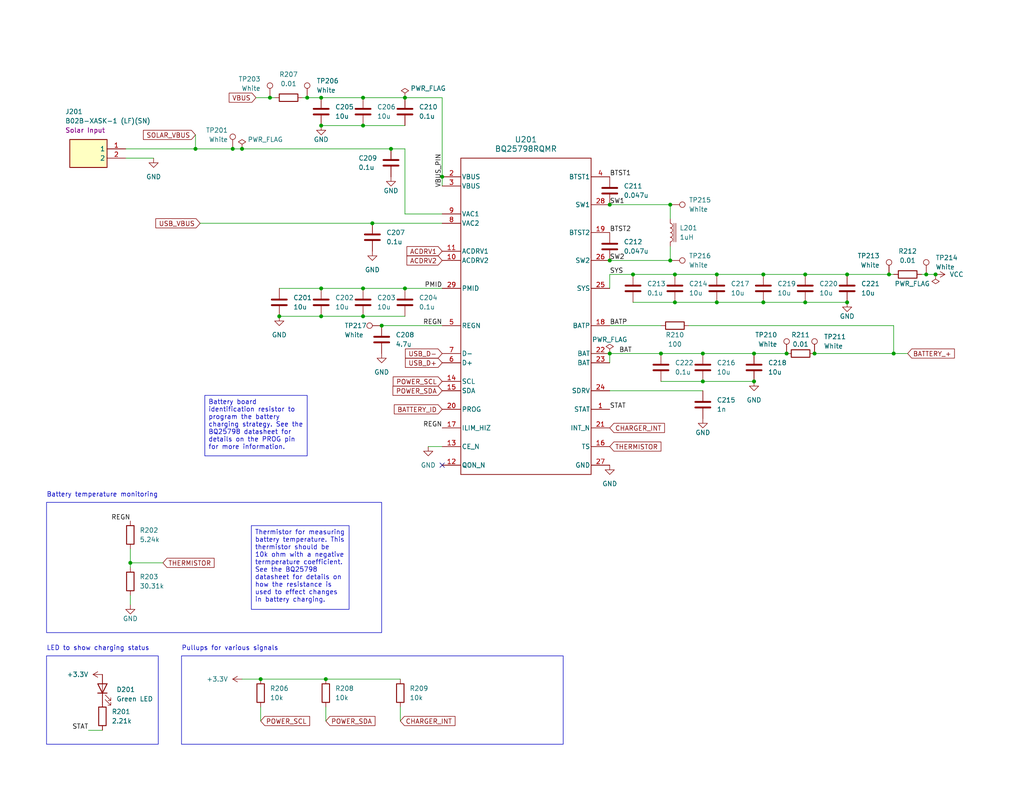
<source format=kicad_sch>
(kicad_sch (version 20230121) (generator eeschema)
  (paper "USLetter")
  (lib_symbols
    (symbol "Connector:TestPoint" (pin_numbers hide) (pin_names (offset 0.762) hide)
      (property "Reference" "TP" (at 0 6.858 0))
      (property "Value" "TestPoint" (at 0 5.08 0))
      (symbol "TestPoint_0_1"
        (circle (center 0 3.302) (radius 0.762))
      )
      (symbol "TestPoint_1_1"
        (pin passive line (at 0 0 90) (length 2.54) (name "1") (number "1"))
      )
    )
    (symbol "Device:C" (pin_numbers hide) (pin_names (offset 0.254))
      (property "Reference" "C" (at 0.635 2.54 0))
      (property "Value" "C" (at 0.635 -2.54 0))
      (symbol "C_0_1"
        (polyline (pts (xy -2.032 -0.762) (xy 2.032 -0.762)) (stroke (width 0.508)))
        (polyline (pts (xy -2.032 0.762) (xy 2.032 0.762)) (stroke (width 0.508)))
      )
      (symbol "C_1_1"
        (pin passive line (at 0 3.81 270) (length 2.794) (name "~") (number "1"))
        (pin passive line (at 0 -3.81 90) (length 2.794) (name "~") (number "2"))
      )
    )
    (symbol "Device:LED" (pin_numbers hide) (pin_names (offset 1.016) hide)
      (property "Reference" "D" (at 0 2.54 0))
      (property "Value" "LED" (at 0 -2.54 0))
      (symbol "LED_0_1"
        (polyline (pts (xy -1.27 -1.27) (xy -1.27 1.27)) (stroke (width 0.254)))
        (polyline (pts (xy -1.27 0) (xy 1.27 0)))
        (polyline (pts (xy 1.27 -1.27) (xy 1.27 1.27) (xy -1.27 0) (xy 1.27 -1.27)) (stroke (width 0.254)))
        (polyline (pts (xy -3.048 -0.762) (xy -4.572 -2.286) (xy -3.81 -2.286) (xy -4.572 -2.286) (xy -4.572 -1.524)))
        (polyline (pts (xy -1.778 -0.762) (xy -3.302 -2.286) (xy -2.54 -2.286) (xy -3.302 -2.286) (xy -3.302 -1.524)))
      )
      (symbol "LED_1_1"
        (pin passive line (at -3.81 0 0) (length 2.54) (name "K") (number "1"))
        (pin passive line (at 3.81 0 180) (length 2.54) (name "A") (number "2"))
      )
    )
    (symbol "Device:L_Iron" (pin_numbers hide) (pin_names (offset 1.016) hide)
      (property "Reference" "L" (at -1.27 0 90))
      (property "Value" "L_Iron" (at 2.794 0 90))
      (symbol "L_Iron_0_1"
        (arc (start 0 -2.54) (mid 0.6323 -1.905) (end 0 -1.27))
        (arc (start 0 -1.27) (mid 0.6323 -0.635) (end 0 0))
        (polyline (pts (xy 1.016 2.54) (xy 1.016 -2.54)))
        (polyline (pts (xy 1.524 -2.54) (xy 1.524 2.54)))
        (arc (start 0 0) (mid 0.6323 0.635) (end 0 1.27))
        (arc (start 0 1.27) (mid 0.6323 1.905) (end 0 2.54))
      )
      (symbol "L_Iron_1_1"
        (pin passive line (at 0 3.81 270) (length 1.27) (name "1") (number "1"))
        (pin passive line (at 0 -3.81 90) (length 1.27) (name "2") (number "2"))
      )
    )
    (symbol "Device:R" (pin_numbers hide) (pin_names (offset 0))
      (property "Reference" "R" (at 2.032 0 90))
      (property "Value" "R" (at 0 0 90))
      (symbol "R_0_1"
        (rectangle (start -1.016 -2.54) (end 1.016 2.54) (stroke (width 0.254)))
      )
      (symbol "R_1_1"
        (pin passive line (at 0 3.81 270) (length 1.27) (name "~") (number "1"))
        (pin passive line (at 0 -3.81 90) (length 1.27) (name "~") (number "2"))
      )
    )
    (symbol "JST B02B-XASK-1 (LF)(SN):B02B-XASK-1__LF__SN_"
      (property "Reference" "J" (at 16.51 7.62 0))
      (property "Value" "B02B-XASK-1__LF__SN_" (at 16.51 5.08 0))
      (symbol "B02B-XASK-1__LF__SN__1_1"
        (rectangle (start 5.08 2.54) (end 15.24 -5.08) (stroke (width 0.254)) (fill (type background)))
        (pin passive line (at 0 -2.54 0) (length 5.08) (name "1") (number "1"))
        (pin passive line (at 0 0 0) (length 5.08) (name "2") (number "2"))
      )
    )
    (symbol "TI BQ25798:BQ25798RQMR" (pin_names (offset 0.254))
      (property "Reference" "U" (at 0 2.54 0))
      (property "Value" "BQ25798RQMR" (at 0 0 0))
      (symbol "BQ25798RQMR_0_1"
        (polyline (pts (xy 5.08 -81.28) (xy 40.64 -81.28)) (stroke (width 0.2032)))
        (polyline (pts (xy 5.08 5.08) (xy 5.08 -81.28)) (stroke (width 0.2032)))
        (polyline (pts (xy 40.64 -81.28) (xy 40.64 5.08)) (stroke (width 0.2032)))
        (polyline (pts (xy 40.64 5.08) (xy 5.08 5.08)) (stroke (width 0.2032)))
        (pin output line (at 45.72 -63.5 180) (length 5.08) (name "STAT") (number "1"))
        (pin input line (at 0 -78.74 0) (length 5.08) (name "QON_N") (number "12"))
        (pin input line (at 0 -73.66 0) (length 5.08) (name "CE_N") (number "13"))
        (pin input line (at 0 -55.88 0) (length 5.08) (name "SCL") (number "14"))
        (pin bidirectional line (at 0 -58.42 0) (length 5.08) (name "SDA") (number "15"))
        (pin input line (at 45.72 -73.66 180) (length 5.08) (name "TS") (number "16"))
        (pin input line (at 0 -68.58 0) (length 5.08) (name "ILIM_HIZ") (number "17"))
        (pin input line (at 45.72 -40.64 180) (length 5.08) (name "BATP") (number "18"))
        (pin bidirectional line (at 45.72 -15.24 180) (length 5.08) (name "BTST2") (number "19"))
        (pin power_in line (at 0 0 0) (length 5.08) (name "VBUS") (number "2"))
        (pin input line (at 0 -63.5 0) (length 5.08) (name "PROG") (number "20"))
        (pin output line (at 45.72 -68.58 180) (length 5.08) (name "INT_N") (number "21"))
        (pin output line (at 45.72 -58.42 180) (length 5.08) (name "SDRV") (number "24"))
        (pin bidirectional line (at 45.72 -22.86 180) (length 5.08) (name "SW2") (number "26"))
        (pin power_in line (at 45.72 -78.74 180) (length 5.08) (name "GND") (number "27"))
        (pin bidirectional line (at 45.72 -7.62 180) (length 5.08) (name "SW1") (number "28"))
        (pin bidirectional line (at 0 -30.48 0) (length 5.08) (name "PMID") (number "29"))
        (pin power_in line (at 0 -2.54 0) (length 5.08) (name "VBUS") (number "3"))
        (pin bidirectional line (at 45.72 0 180) (length 5.08) (name "BTST1") (number "4"))
        (pin power_out line (at 0 -40.64 0) (length 5.08) (name "REGN") (number "5"))
        (pin bidirectional line (at 0 -50.8 0) (length 5.08) (name "D+") (number "6"))
        (pin bidirectional line (at 0 -48.26 0) (length 5.08) (name "D-") (number "7"))
        (pin power_in line (at 0 -12.7 0) (length 5.08) (name "VAC2") (number "8"))
        (pin power_in line (at 0 -10.16 0) (length 5.08) (name "VAC1") (number "9"))
      )
      (symbol "BQ25798RQMR_1_1"
        (pin output line (at 0 -22.86 0) (length 5.08) (name "ACDRV2") (number "10"))
        (pin output line (at 0 -20.32 0) (length 5.08) (name "ACDRV1") (number "11"))
        (pin power_in line (at 45.72 -48.26 180) (length 5.08) (name "BAT") (number "22"))
        (pin power_in line (at 45.72 -50.8 180) (length 5.08) (name "BAT") (number "23"))
        (pin power_out line (at 45.72 -30.48 180) (length 5.08) (name "SYS") (number "25"))
      )
    )
    (symbol "power:+3.3V" (power) (pin_names (offset 0))
      (property "Value" "+3.3V" (at 0 3.556 0))
      (symbol "+3.3V_0_1"
        (polyline (pts (xy -0.762 1.27) (xy 0 2.54)))
        (polyline (pts (xy 0 0) (xy 0 2.54)))
        (polyline (pts (xy 0 2.54) (xy 0.762 1.27)))
      )
      (symbol "+3.3V_1_1"
        (pin power_in line (at 0 0 90) (length 0) hide (name "+3.3V") (number "1"))
      )
    )
    (symbol "power:GND" (power) (pin_names (offset 0))
      (property "Value" "GND" (at 0 -3.81 0))
      (symbol "GND_0_1"
        (polyline (pts (xy 0 0) (xy 0 -1.27) (xy 1.27 -1.27) (xy 0 -2.54) (xy -1.27 -1.27) (xy 0 -1.27)))
      )
      (symbol "GND_1_1"
        (pin power_in line (at 0 0 270) (length 0) hide (name "GND") (number "1"))
      )
    )
    (symbol "power:PWR_FLAG" (power) (pin_numbers hide) (pin_names (offset 0) hide)
      (property "Value" "PWR_FLAG" (at 0 3.81 0))
      (symbol "PWR_FLAG_0_0"
        (pin power_out line (at 0 0 90) (length 0) (name "pwr") (number "1"))
      )
      (symbol "PWR_FLAG_0_1"
        (polyline (pts (xy 0 0) (xy 0 1.27) (xy -1.016 1.905) (xy 0 2.54) (xy 1.016 1.905) (xy 0 1.27)))
      )
    )
    (symbol "power:VCC" (power) (pin_names (offset 0))
      (property "Value" "VCC" (at 0 3.81 0))
      (symbol "VCC_0_1"
        (polyline (pts (xy -0.762 1.27) (xy 0 2.54)))
        (polyline (pts (xy 0 0) (xy 0 2.54)))
        (polyline (pts (xy 0 2.54) (xy 0.762 1.27)))
      )
      (symbol "VCC_1_1"
        (pin power_in line (at 0 0 90) (length 0) hide (name "VCC") (number "1"))
      )
    )
  )
  (junction (at 106.68 40.64))
  (junction (at 87.63 86.36))
  (junction (at 99.06 34.29))
  (junction (at 110.49 78.74))
  (junction (at 195.58 74.93))
  (junction (at 99.06 26.67))
  (junction (at 243.84 96.52))
  (junction (at 214.63 96.52))
  (junction (at 205.74 96.52))
  (junction (at 205.74 104.14))
  (junction (at 71.12 185.42))
  (junction (at 99.06 86.36))
  (junction (at 219.71 82.55))
  (junction (at 231.14 82.55))
  (junction (at 88.9 185.42))
  (junction (at 182.88 71.12))
  (junction (at 231.14 74.93))
  (junction (at 222.25 96.52))
  (junction (at 252.73 74.93))
  (junction (at 53.34 40.64))
  (junction (at 110.49 26.67))
  (junction (at 208.28 74.93))
  (junction (at 184.15 82.55))
  (junction (at 99.06 78.74))
  (junction (at 87.63 78.74))
  (junction (at 166.37 96.52))
  (junction (at 87.63 34.29))
  (junction (at 172.72 74.93))
  (junction (at 87.63 26.67))
  (junction (at 166.37 71.12))
  (junction (at 120.65 48.26))
  (junction (at 35.56 153.67))
  (junction (at 182.88 55.88))
  (junction (at 76.2 86.36))
  (junction (at 66.04 40.64))
  (junction (at 104.14 88.9))
  (junction (at 255.27 74.93))
  (junction (at 73.66 26.67))
  (junction (at 219.71 74.93))
  (junction (at 166.37 55.88))
  (junction (at 180.34 96.52))
  (junction (at 101.6 60.96))
  (junction (at 83.82 26.67))
  (junction (at 63.5 40.64))
  (junction (at 184.15 74.93))
  (junction (at 191.77 96.52))
  (junction (at 242.57 74.93))
  (junction (at 195.58 82.55))
  (junction (at 191.77 104.14))
  (junction (at 208.28 82.55))
  (no_connect (at 120.65 127))
  (wire (pts (xy 35.56 149.86) (xy 35.56 153.67)))
  (wire (pts (xy 180.34 88.9) (xy 166.37 88.9)))
  (wire (pts (xy 231.14 74.93) (xy 242.57 74.93)))
  (wire (pts (xy 76.2 78.74) (xy 87.63 78.74)))
  (wire (pts (xy 182.88 59.69) (xy 182.88 55.88)))
  (wire (pts (xy 251.46 74.93) (xy 252.73 74.93)))
  (wire (pts (xy 99.06 26.67) (xy 110.49 26.67)))
  (wire (pts (xy 87.63 78.74) (xy 99.06 78.74)))
  (wire (pts (xy 208.28 82.55) (xy 219.71 82.55)))
  (wire (pts (xy 82.55 26.67) (xy 83.82 26.67)))
  (wire (pts (xy 110.49 78.74) (xy 120.65 78.74)))
  (wire (pts (xy 106.68 40.64) (xy 110.49 40.64)))
  (wire (pts (xy 116.84 121.92) (xy 120.65 121.92)))
  (wire (pts (xy 180.34 96.52) (xy 191.77 96.52)))
  (wire (pts (xy 35.56 153.67) (xy 44.45 153.67)))
  (wire (pts (xy 66.04 185.42) (xy 71.12 185.42)))
  (wire (pts (xy 87.63 34.29) (xy 99.06 34.29)))
  (wire (pts (xy 54.61 60.96) (xy 101.6 60.96)))
  (wire (pts (xy 219.71 74.93) (xy 231.14 74.93)))
  (wire (pts (xy 35.56 162.56) (xy 35.56 165.1)))
  (wire (pts (xy 88.9 185.42) (xy 109.22 185.42)))
  (wire (pts (xy 53.34 36.83) (xy 53.34 40.64)))
  (wire (pts (xy 87.63 86.36) (xy 99.06 86.36)))
  (wire (pts (xy 120.65 48.26) (xy 120.65 50.8)))
  (wire (pts (xy 219.71 82.55) (xy 231.14 82.55)))
  (wire (pts (xy 222.25 96.52) (xy 243.84 96.52)))
  (wire (pts (xy 109.22 193.04) (xy 109.22 196.85)))
  (wire (pts (xy 99.06 34.29) (xy 110.49 34.29)))
  (wire (pts (xy 71.12 193.04) (xy 71.12 196.85)))
  (wire (pts (xy 166.37 71.12) (xy 182.88 71.12)))
  (wire (pts (xy 166.37 74.93) (xy 166.37 78.74)))
  (wire (pts (xy 184.15 82.55) (xy 195.58 82.55)))
  (wire (pts (xy 184.15 74.93) (xy 195.58 74.93)))
  (wire (pts (xy 99.06 78.74) (xy 110.49 78.74)))
  (wire (pts (xy 34.29 40.64) (xy 53.34 40.64)))
  (wire (pts (xy 66.04 40.64) (xy 106.68 40.64)))
  (wire (pts (xy 101.6 60.96) (xy 120.65 60.96)))
  (wire (pts (xy 63.5 40.64) (xy 66.04 40.64)))
  (wire (pts (xy 166.37 96.52) (xy 166.37 99.06)))
  (wire (pts (xy 71.12 185.42) (xy 88.9 185.42)))
  (wire (pts (xy 110.49 26.67) (xy 120.65 26.67)))
  (wire (pts (xy 83.82 26.67) (xy 87.63 26.67)))
  (wire (pts (xy 180.34 104.14) (xy 191.77 104.14)))
  (wire (pts (xy 110.49 40.64) (xy 110.49 58.42)))
  (wire (pts (xy 191.77 96.52) (xy 205.74 96.52)))
  (wire (pts (xy 99.06 86.36) (xy 110.49 86.36)))
  (wire (pts (xy 205.74 96.52) (xy 214.63 96.52)))
  (wire (pts (xy 76.2 86.36) (xy 87.63 86.36)))
  (wire (pts (xy 69.85 26.67) (xy 73.66 26.67)))
  (wire (pts (xy 243.84 88.9) (xy 243.84 96.52)))
  (wire (pts (xy 104.14 88.9) (xy 120.65 88.9)))
  (wire (pts (xy 73.66 26.67) (xy 74.93 26.67)))
  (wire (pts (xy 53.34 40.64) (xy 63.5 40.64)))
  (wire (pts (xy 252.73 74.93) (xy 255.27 74.93)))
  (wire (pts (xy 208.28 74.93) (xy 219.71 74.93)))
  (wire (pts (xy 195.58 82.55) (xy 208.28 82.55)))
  (wire (pts (xy 166.37 96.52) (xy 180.34 96.52)))
  (wire (pts (xy 243.84 96.52) (xy 247.65 96.52)))
  (wire (pts (xy 88.9 193.04) (xy 88.9 196.85)))
  (wire (pts (xy 24.13 199.39) (xy 27.94 199.39)))
  (wire (pts (xy 166.37 106.68) (xy 191.77 106.68)))
  (wire (pts (xy 187.96 88.9) (xy 243.84 88.9)))
  (wire (pts (xy 242.57 74.93) (xy 243.84 74.93)))
  (wire (pts (xy 120.65 26.67) (xy 120.65 48.26)))
  (wire (pts (xy 182.88 67.31) (xy 182.88 71.12)))
  (wire (pts (xy 195.58 74.93) (xy 208.28 74.93)))
  (wire (pts (xy 35.56 154.94) (xy 35.56 153.67)))
  (wire (pts (xy 172.72 74.93) (xy 184.15 74.93)))
  (wire (pts (xy 191.77 104.14) (xy 205.74 104.14)))
  (wire (pts (xy 161.29 96.52) (xy 166.37 96.52)))
  (wire (pts (xy 34.29 43.18) (xy 41.91 43.18)))
  (wire (pts (xy 166.37 74.93) (xy 172.72 74.93)))
  (wire (pts (xy 110.49 58.42) (xy 120.65 58.42)))
  (wire (pts (xy 87.63 26.67) (xy 99.06 26.67)))
  (wire (pts (xy 166.37 55.88) (xy 182.88 55.88)))
  (wire (pts (xy 172.72 82.55) (xy 184.15 82.55)))
  (rectangle (start 12.7 179.07) (end 43.18 203.2))
  (rectangle (start 12.7 137.16) (end 104.14 172.72))
  (rectangle (start 49.53 179.07) (end 153.67 203.2))
  (rectangle (start 295.91 157.48) (end 295.91 157.48))
  (text_box "Battery board identification resistor to program the battery charging strategy. See the BQ25798 datasheet for details on the PROG pin for more information." (at 55.88 107.95 0) (size 27.94 16.51) (effects (font (size 1.27 1.27)) (justify left top)))
  (text_box "Thermistor for measuring battery temperature. This thermistor should be 10k ohm with a negative termperature coefficient. See the BQ25798 datasheet for details on how the resistance is used to effect changes in battery charging." (at 68.58 143.51 0) (size 26.67 22.86) (effects (font (size 1.27 1.27)) (justify left top)))
  (text "Pullups for various signals" (at 49.53 177.8 0) (effects (font (size 1.27 1.27)) (justify left bottom)))
  (text "Battery temperature monitoring" (at 12.7 135.89 0) (effects (font (size 1.27 1.27)) (justify left bottom)))
  (text "LED to show charging status" (at 12.7 177.8 0) (effects (font (size 1.27 1.27)) (justify left bottom)))
  (label "REGN" (at 120.65 88.9 180))
  (label "STAT" (at 24.13 199.39 180))
  (label "VBUS_PIN" (at 120.65 41.91 270))
  (label "BAT" (at 168.91 96.52 0))
  (label "PMID" (at 120.65 78.74 180))
  (label "SW1" (at 166.37 55.88 0))
  (label "BATP" (at 166.37 88.9 0))
  (label "BTST2" (at 166.37 63.5 0))
  (label "STAT" (at 166.37 111.76 0))
  (label "REGN" (at 120.65 116.84 180))
  (label "SW2" (at 166.37 71.12 0))
  (label "SYS" (at 166.37 74.93 0))
  (label "BTST1" (at 166.37 48.26 0))
  (label "REGN" (at 35.56 142.24 180))
  (global_label "USB_VBUS" (shape input) (at 54.61 60.96 180) (property "Intersheetrefs" "${INTERSHEET_REFS}" (at 41.9486 60.96 0) (effects (justify right))))
  (global_label "BATTERY_+" (shape input) (at 247.65 96.52 0) (property "Intersheetrefs" "${INTERSHEET_REFS}" (at 260.9766 96.52 0) (effects (justify left))))
  (global_label "BATTERY_ID" (shape input) (at 120.65 111.76 180) (property "Intersheetrefs" "${INTERSHEET_REFS}" (at 107.021 111.76 0) (effects (justify right))))
  (global_label "ACDRV2" (shape input) (at 120.65 71.12 180) (property "Intersheetrefs" "${INTERSHEET_REFS}" (at 110.4681 71.12 0) (effects (justify right))))
  (global_label "USB_D+" (shape input) (at 120.65 99.06 180) (property "Intersheetrefs" "${INTERSHEET_REFS}" (at 110.0448 99.06 0) (effects (justify right))))
  (global_label "THERMISTOR" (shape input) (at 44.45 153.67 0) (property "Intersheetrefs" "${INTERSHEET_REFS}" (at 58.9861 153.67 0) (effects (justify left))))
  (global_label "POWER_SDA" (shape input) (at 120.65 106.68 180) (property "Intersheetrefs" "${INTERSHEET_REFS}" (at 106.6582 106.68 0) (effects (justify right))))
  (global_label "ACDRV1" (shape input) (at 120.65 68.58 180) (property "Intersheetrefs" "${INTERSHEET_REFS}" (at 110.4681 68.58 0) (effects (justify right))))
  (global_label "CHARGER_INT" (shape input) (at 109.22 196.85 0) (property "Intersheetrefs" "${INTERSHEET_REFS}" (at 124.7238 196.85 0) (effects (justify left))))
  (global_label "VBUS" (shape input) (at 69.85 26.67 180) (property "Intersheetrefs" "${INTERSHEET_REFS}" (at 61.9662 26.67 0) (effects (justify right))))
  (global_label "POWER_SDA" (shape input) (at 88.9 196.85 0) (property "Intersheetrefs" "${INTERSHEET_REFS}" (at 102.8918 196.85 0) (effects (justify left))))
  (global_label "THERMISTOR" (shape input) (at 166.37 121.92 0) (property "Intersheetrefs" "${INTERSHEET_REFS}" (at 180.9061 121.92 0) (effects (justify left))))
  (global_label "POWER_SCL" (shape input) (at 120.65 104.14 180) (property "Intersheetrefs" "${INTERSHEET_REFS}" (at 106.7187 104.14 0) (effects (justify right))))
  (global_label "USB_D-" (shape input) (at 120.65 96.52 180) (property "Intersheetrefs" "${INTERSHEET_REFS}" (at 110.0448 96.52 0) (effects (justify right))))
  (global_label "CHARGER_INT" (shape input) (at 166.37 116.84 0) (property "Intersheetrefs" "${INTERSHEET_REFS}" (at 181.8738 116.84 0) (effects (justify left))))
  (global_label "POWER_SCL" (shape input) (at 71.12 196.85 0) (property "Intersheetrefs" "${INTERSHEET_REFS}" (at 85.0513 196.85 0) (effects (justify left))))
  (global_label "SOLAR_VBUS" (shape input) (at 53.34 36.83 180) (property "Intersheetrefs" "${INTERSHEET_REFS}" (at 38.5619 36.83 0) (effects (justify right))))
  (symbol (lib_id "Device:C") (at 110.49 30.48 0) (unit 1)
    (property "Reference" "C210" (at 114.3 29.21 0) (effects (justify left)))
    (property "Value" "0.1u" (at 114.3 31.75 0) (effects (justify left)))
    (property "Footprint" "footprints:C_0402_1005Metric" (effects hide))
    (property "Manufacturer" "Murata Electronics" (effects hide))
    (property "Manufacturer Part Number" "GCJ188R71H104KA12D" (effects hide))
    (property "Designed Manufacturer" "TDK" (effects hide))
    (property "Designed Part Number" "C1005X7R1H104K050BE" (effects hide))
    (property "MPN" "C161115" (effects hide))
    (property "Active" "Y" (effects hide))
    (property "Specs" "50V" (effects hide))
  )
  (symbol (lib_id "Device:C") (at 219.71 78.74 0) (unit 1)
    (property "Reference" "C220" (at 223.52 77.47 0) (effects (justify left)))
    (property "Value" "10u" (at 223.52 80.01 0) (effects (justify left)))
    (property "Footprint" "Capacitor_SMD:C_0603_1608Metric" (effects hide))
    (property "Manufacturer" "Murata Electronics" (effects hide))
    (property "Manufacturer Part Number" "GRT188R61E106ME13D" (effects hide))
    (property "Designed Manufacturer" "TDK" (effects hide))
    (property "Designed Part Number" "C2012X5R1E106K125AB " (effects hide))
    (property "MPN" "C697423" (effects hide))
    (property "Active" "Y" (effects hide))
    (property "Specs" "25V" (effects hide))
  )
  (symbol (lib_id "Device:R") (at 71.12 189.23 0) (unit 1)
    (property "Reference" "R206" (at 73.66 187.96 0) (effects (justify left)))
    (property "Value" "10k" (at 73.66 190.5 0) (effects (justify left)))
    (property "Footprint" "Resistor_SMD:R_0402_1005Metric" (effects hide))
    (property "Designed Manufacturer" "Vishay-Dale" (effects hide))
    (property "Designed Part Number" "CRCW040210K0FKED" (effects hide))
    (property "MPN" "C71617" (effects hide))
    (property "Manufacturer" "Vishay-Dale" (effects hide))
    (property "Manufacturer Part Number" "CRCW040210K0FKED" (effects hide))
    (property "Active" "Y" (effects hide))
  )
  (symbol (lib_id "power:PWR_FLAG") (at 166.37 96.52 0) (unit 1)
    (property "Reference" "#FLG0203" (effects hide))
    (property "Value" "PWR_FLAG" (at 166.37 92.71 0))
  )
  (symbol (lib_id "Device:R") (at 88.9 189.23 0) (unit 1)
    (property "Reference" "R208" (at 91.44 187.96 0) (effects (justify left)))
    (property "Value" "10k" (at 91.44 190.5 0) (effects (justify left)))
    (property "Footprint" "Resistor_SMD:R_0402_1005Metric" (effects hide))
    (property "Designed Manufacturer" "Vishay-Dale" (effects hide))
    (property "Designed Part Number" "CRCW040210K0FKED" (effects hide))
    (property "MPN" "C71617" (effects hide))
    (property "Manufacturer" "Vishay-Dale" (effects hide))
    (property "Manufacturer Part Number" "CRCW040210K0FKED" (effects hide))
    (property "Active" "Y" (effects hide))
  )
  (symbol (lib_id "power:GND") (at 231.14 82.55 0) (unit 1)
    (property "Reference" "#PWR0217" (effects hide))
    (property "Value" "GND" (at 231.14 86.36 0))
  )
  (symbol (lib_id "Device:C") (at 172.72 78.74 0) (unit 1)
    (property "Reference" "C213" (at 176.53 77.47 0) (effects (justify left)))
    (property "Value" "0.1u" (at 176.53 80.01 0) (effects (justify left)))
    (property "Footprint" "footprints:C_0402_1005Metric" (effects hide))
    (property "Manufacturer" "Murata Electronics" (effects hide))
    (property "Manufacturer Part Number" "GCJ188R71H104KA12D" (effects hide))
    (property "Designed Manufacturer" "TDK" (effects hide))
    (property "Designed Part Number" "C1005X7R1H104K050BE" (effects hide))
    (property "MPN" "C161115" (effects hide))
    (property "Active" "Y" (effects hide))
    (property "Specs" "50V" (effects hide))
  )
  (symbol (lib_id "Device:C") (at 106.68 44.45 0) (unit 1)
    (property "Reference" "C209" (at 97.79 43.18 0) (effects (justify left)))
    (property "Value" "0.1u" (at 97.79 45.72 0) (effects (justify left)))
    (property "Footprint" "footprints:C_0402_1005Metric" (effects hide))
    (property "Manufacturer" "Murata Electronics" (effects hide))
    (property "Manufacturer Part Number" "GCJ188R71H104KA12D" (effects hide))
    (property "Designed Manufacturer" "TDK" (effects hide))
    (property "Designed Part Number" "C1005X7R1H104K050BE" (effects hide))
    (property "MPN" "C161115" (effects hide))
    (property "Active" "Y" (effects hide))
    (property "Specs" "50V" (effects hide))
  )
  (symbol (lib_id "Device:R") (at 184.15 88.9 90) (unit 1)
    (property "Reference" "R210" (at 184.15 91.44 90))
    (property "Value" "100" (at 184.15 93.98 90))
    (property "Footprint" "Resistor_SMD:R_0603_1608Metric" (effects hide))
    (property "MPN" "C105588" (effects hide))
    (property "Manufacturer" "YAGEO" (effects hide))
    (property "Manufacturer Part Number" "RC0603FR-07100RL " (effects hide))
    (property "Active" "Y" (effects hide))
  )
  (symbol (lib_id "Device:C") (at 195.58 78.74 0) (unit 1)
    (property "Reference" "C217" (at 199.39 77.47 0) (effects (justify left)))
    (property "Value" "10u" (at 199.39 80.01 0) (effects (justify left)))
    (property "Footprint" "Capacitor_SMD:C_0603_1608Metric" (effects hide))
    (property "Manufacturer" "Murata Electronics" (effects hide))
    (property "Manufacturer Part Number" "GRT188R61E106ME13D" (effects hide))
    (property "Designed Manufacturer" "TDK" (effects hide))
    (property "Designed Part Number" "C2012X5R1E106K125AB " (effects hide))
    (property "MPN" "C697423" (effects hide))
    (property "Active" "Y" (effects hide))
    (property "Specs" "25V" (effects hide))
  )
  (symbol (lib_id "power:+3.3V") (at 66.04 185.42 90) (unit 1)
    (property "Reference" "#PWR0205" (effects hide))
    (property "Value" "+3.3V" (at 62.23 185.42 90) (effects (justify left)))
  )
  (symbol (lib_id "Device:C") (at 184.15 78.74 0) (unit 1)
    (property "Reference" "C214" (at 187.96 77.47 0) (effects (justify left)))
    (property "Value" "10u" (at 187.96 80.01 0) (effects (justify left)))
    (property "Footprint" "Capacitor_SMD:C_0603_1608Metric" (effects hide))
    (property "Manufacturer" "Murata Electronics" (effects hide))
    (property "Manufacturer Part Number" "GRT188R61E106ME13D" (effects hide))
    (property "Designed Manufacturer" "TDK" (effects hide))
    (property "Designed Part Number" "C2012X5R1E106K125AB " (effects hide))
    (property "MPN" "C697423" (effects hide))
    (property "Active" "Y" (effects hide))
    (property "Specs" "25V" (effects hide))
  )
  (symbol (lib_id "Connector:TestPoint") (at 83.82 26.67 0) (unit 1)
    (property "Reference" "TP206" (at 86.36 22.098 0) (effects (justify left)))
    (property "Value" "White" (at 86.36 24.638 0) (effects (justify left)))
    (property "Footprint" "TestPoint:TestPoint_Keystone_5000-5004_Miniature" (effects hide))
    (property "MPN" "C238123" (effects hide))
    (property "Manufacturer" "Keystone" (effects hide))
    (property "Manufacturer Part Number" "5002" (effects hide))
    (property "Active" "Y" (effects hide))
  )
  (symbol (lib_id "Device:C") (at 205.74 100.33 0) (unit 1)
    (property "Reference" "C218" (at 209.55 99.06 0) (effects (justify left)))
    (property "Value" "10u" (at 209.55 101.6 0) (effects (justify left)))
    (property "Footprint" "Capacitor_SMD:C_0603_1608Metric" (effects hide))
    (property "MPN" "C697423" (effects hide))
    (property "Manufacturer" "Murata Electronics" (effects hide))
    (property "Manufacturer Part Number" "GRT188R61E106ME13D" (effects hide))
    (property "Active" "Y" (effects hide))
    (property "Specs" "25V" (effects hide))
  )
  (symbol (lib_id "power:GND") (at 116.84 121.92 0) (unit 1)
    (property "Reference" "#PWR0211" (effects hide))
    (property "Value" "GND" (at 116.84 127 0))
  )
  (symbol (lib_id "Device:C") (at 180.34 100.33 0) (unit 1)
    (property "Reference" "C222" (at 184.15 99.06 0) (effects (justify left)))
    (property "Value" "0.1u" (at 184.15 101.6 0) (effects (justify left)))
    (property "Footprint" "footprints:C_0402_1005Metric" (effects hide))
    (property "Manufacturer" "Murata Electronics" (effects hide))
    (property "Manufacturer Part Number" "GCJ188R71H104KA12D" (effects hide))
    (property "Designed Manufacturer" "TDK" (effects hide))
    (property "Designed Part Number" "C1005X7R1H104K050BE" (effects hide))
    (property "MPN" "C161115" (effects hide))
    (property "Active" "Y" (effects hide))
    (property "Specs" "50V" (effects hide))
  )
  (symbol (lib_id "Device:C") (at 231.14 78.74 0) (unit 1)
    (property "Reference" "C221" (at 234.95 77.47 0) (effects (justify left)))
    (property "Value" "10u" (at 234.95 80.01 0) (effects (justify left)))
    (property "Footprint" "Capacitor_SMD:C_0603_1608Metric" (effects hide))
    (property "Manufacturer" "Murata Electronics" (effects hide))
    (property "Manufacturer Part Number" "GRT188R61E106ME13D" (effects hide))
    (property "Designed Manufacturer" "TDK" (effects hide))
    (property "Designed Part Number" "C2012X5R1E106K125AB " (effects hide))
    (property "MPN" "C697423" (effects hide))
    (property "Active" "Y" (effects hide))
    (property "Specs" "25V" (effects hide))
  )
  (symbol (lib_id "JST B02B-XASK-1 (LF)(SN):B02B-XASK-1__LF__SN_") (at 34.29 43.18 180) (unit 1)
    (property "Reference" "J201" (at 17.78 30.48 0) (effects (justify right)))
    (property "Value" "B02B-XASK-1 (LF)(SN)" (at 17.78 33.02 0) (effects (justify right)))
    (property "Datasheet" "https://www.jst-mfg.com/product/pdf/eng/eXA1.pdf" (effects hide))
    (property "Height" "8.8" (effects hide))
    (property "Manufacturer_Name" "JST (JAPAN SOLDERLESS TERMINALS)" (effects hide))
    (property "Manufacturer_Part_Number" "B02B-XASK-1 (LF)(SN)" (effects hide))
    (property "Purpose" "Solar Input" (at 17.78 35.56 0) (effects (justify right)))
    (property "MPN" "C263753" (effects hide))
    (property "Manufacturer" "JST" (effects hide))
    (property "Manufacturer Part Number" "B02B-XASK-1(LF)(SN)" (effects hide))
    (property "Active" "Y" (effects hide))
  )
  (symbol (lib_id "power:GND") (at 41.91 43.18 0) (unit 1)
    (property "Reference" "#PWR05" (effects hide))
    (property "Value" "GND" (at 41.91 48.26 0))
  )
  (symbol (lib_id "power:GND") (at 76.2 86.36 0) (unit 1)
    (property "Reference" "#PWR0204" (effects hide))
    (property "Value" "GND" (at 76.2 91.44 0))
  )
  (symbol (lib_id "Device:C") (at 87.63 30.48 0) (unit 1)
    (property "Reference" "C205" (at 91.44 29.21 0) (effects (justify left)))
    (property "Value" "10u" (at 91.44 31.75 0) (effects (justify left)))
    (property "Footprint" "Capacitor_SMD:C_0603_1608Metric" (effects hide))
    (property "Manufacturer" "Murata Electronics" (effects hide))
    (property "Manufacturer Part Number" "GRT188R61E106ME13D" (effects hide))
    (property "Designed Manufacturer" "TDK" (effects hide))
    (property "Designed Part Number" "C2012X5R1E106K125AB " (effects hide))
    (property "MPN" "C697423" (effects hide))
    (property "Active" "Y" (effects hide))
    (property "Specs" "25V" (effects hide))
  )
  (symbol (lib_id "Device:C") (at 99.06 30.48 0) (unit 1)
    (property "Reference" "C206" (at 102.87 29.21 0) (effects (justify left)))
    (property "Value" "10u" (at 102.87 31.75 0) (effects (justify left)))
    (property "Footprint" "Capacitor_SMD:C_0603_1608Metric" (effects hide))
    (property "Manufacturer" "Murata Electronics" (effects hide))
    (property "Manufacturer Part Number" "GRT188R61E106ME13D" (effects hide))
    (property "Designed Manufacturer" "TDK" (effects hide))
    (property "Designed Part Number" "C2012X5R1E106K125AB " (effects hide))
    (property "MPN" "C697423" (effects hide))
    (property "Active" "Y" (effects hide))
    (property "Specs" "25V" (effects hide))
  )
  (symbol (lib_id "Connector:TestPoint") (at 73.66 26.67 0) (unit 1)
    (property "Reference" "TP203" (at 71.12 21.59 0) (effects (justify right)))
    (property "Value" "White" (at 71.12 24.13 0) (effects (justify right)))
    (property "Footprint" "TestPoint:TestPoint_Keystone_5000-5004_Miniature" (effects hide))
    (property "MPN" "C238123" (effects hide))
    (property "Manufacturer" "Keystone" (effects hide))
    (property "Manufacturer Part Number" "5002" (effects hide))
    (property "Active" "Y" (effects hide))
  )
  (symbol (lib_id "power:GND") (at 104.14 96.52 0) (unit 1)
    (property "Reference" "#PWR0209" (effects hide))
    (property "Value" "GND" (at 104.14 101.6 0))
  )
  (symbol (lib_id "Device:LED") (at 27.94 187.96 90) (unit 1)
    (property "Reference" "D201" (at 31.75 188.2775 90) (effects (justify right)))
    (property "Value" "Green LED" (at 31.75 190.8175 90) (effects (justify right)))
    (property "Footprint" "LED_SMD:LED_0603_1608Metric" (effects hide))
    (property "MPN" "C125093" (effects hide))
    (property "Manufacturer" "Lite-On" (effects hide))
    (property "Manufacturer Part Number" "LTST-C190GKT" (effects hide))
    (property "Active" "Y" (effects hide))
  )
  (symbol (lib_id "power:PWR_FLAG") (at 110.49 26.67 0) (unit 1)
    (property "Reference" "#FLG0205" (effects hide))
    (property "Value" "PWR_FLAG" (at 116.84 24.13 0))
  )
  (symbol (lib_id "Device:R") (at 247.65 74.93 90) (unit 1)
    (property "Reference" "R212" (at 247.65 68.58 90))
    (property "Value" "0.01" (at 247.65 71.12 90))
    (property "Footprint" "Resistor_SMD:R_2512_6332Metric" (effects hide))
    (property "MPN" "C844296" (effects hide))
    (property "Manufacturer" "Vishay Intertech" (effects hide))
    (property "Manufacturer Part Number" "WSLP2512L5000FEA" (effects hide))
    (property "Active" "Y" (effects hide))
  )
  (symbol (lib_id "Device:C") (at 191.77 100.33 0) (unit 1)
    (property "Reference" "C216" (at 195.58 99.06 0) (effects (justify left)))
    (property "Value" "10u" (at 195.58 101.6 0) (effects (justify left)))
    (property "Footprint" "Capacitor_SMD:C_0603_1608Metric" (effects hide))
    (property "MPN" "C697423" (effects hide))
    (property "Manufacturer" "Murata Electronics" (effects hide))
    (property "Manufacturer Part Number" "GRT188R61E106ME13D" (effects hide))
    (property "Active" "Y" (effects hide))
    (property "Specs" "25V" (effects hide))
  )
  (symbol (lib_id "Device:R") (at 35.56 146.05 0) (unit 1)
    (property "Reference" "R202" (at 38.1 144.78 0) (effects (justify left)))
    (property "Value" "5.24k" (at 38.1 147.32 0) (effects (justify left)))
    (property "Footprint" "Resistor_SMD:R_0402_1005Metric" (effects hide))
    (property "Designed Manufacturer" "Vishay-Dale" (effects hide))
    (property "Designed Part Number" "CRCW04025K23FKED" (effects hide))
    (property "MPN" "C170332" (effects hide))
    (property "Manufacturer" "Walsin Tech Corp" (effects hide))
    (property "Manufacturer Part Number" "WR04X5231FTL" (effects hide))
    (property "Active" "Y, MOQ 10k" (effects hide))
  )
  (symbol (lib_id "power:GND") (at 205.74 104.14 0) (unit 1)
    (property "Reference" "#PWR06" (effects hide))
    (property "Value" "GND" (at 205.74 109.22 0))
  )
  (symbol (lib_id "Device:R") (at 218.44 96.52 90) (unit 1)
    (property "Reference" "R211" (at 218.44 91.44 90))
    (property "Value" "0.01" (at 218.44 93.98 90))
    (property "Footprint" "Resistor_SMD:R_2512_6332Metric" (effects hide))
    (property "MPN" "C844296" (effects hide))
    (property "Manufacturer" "Vishay Intertech" (effects hide))
    (property "Manufacturer Part Number" "WSLP2512L5000FEA" (effects hide))
    (property "Active" "Y" (effects hide))
  )
  (symbol (lib_id "power:PWR_FLAG") (at 255.27 74.93 180) (unit 1)
    (property "Reference" "#FLG0207" (effects hide))
    (property "Value" "PWR_FLAG" (at 248.92 77.47 0))
  )
  (symbol (lib_id "TI BQ25798:BQ25798RQMR") (at 120.65 48.26 0) (unit 1)
    (property "Reference" "U201" (at 143.51 38.1 0) (effects (font (size 1.524 1.524))))
    (property "Value" "BQ25798RQMR" (at 143.51 40.64 0) (effects (font (size 1.524 1.524))))
    (property "Footprint" "footprints:RQM0029A-MFG" (effects hide))
    (property "Datasheet" "BQ25798RQMR" (effects hide))
    (property "MPN" "C2876593" (effects hide))
    (property "Manufacturer" "TEXAS INSTRUMENTS" (effects hide))
    (property "Manufacturer Part Number" "BQ25798RQMR" (effects hide))
    (property "Active" "Y" (effects hide))
  )
  (symbol (lib_id "Connector:TestPoint") (at 104.14 88.9 90) (unit 1)
    (property "Reference" "TP217" (at 93.98 88.9 90) (effects (justify right)))
    (property "Value" "White" (at 93.98 91.44 90) (effects (justify right)))
    (property "Footprint" "TestPoint:TestPoint_Keystone_5000-5004_Miniature" (effects hide))
    (property "MPN" "C238123" (effects hide))
    (property "Manufacturer" "Keystone" (effects hide))
    (property "Manufacturer Part Number" "5002" (effects hide))
    (property "Active" "Y" (effects hide))
  )
  (symbol (lib_id "Device:C") (at 191.77 110.49 0) (unit 1)
    (property "Reference" "C215" (at 195.58 109.22 0) (effects (justify left)))
    (property "Value" "1n" (at 195.58 111.76 0) (effects (justify left)))
    (property "Footprint" "footprints:C_0402_1005Metric" (effects hide))
    (property "MPN" "C76947" (effects hide))
    (property "Manufacturer" "Murata Electronics" (effects hide))
    (property "Manufacturer Part Number" "GRM1555C1H102JA01D" (effects hide))
    (property "Specs" "1nF, 50V rated, 0402 package, ceramic capacitor" (effects hide))
    (property "Active" "Y" (effects hide))
  )
  (symbol (lib_id "Device:C") (at 166.37 67.31 0) (unit 1)
    (property "Reference" "C212" (at 170.18 66.04 0) (effects (justify left)))
    (property "Value" "0.047u" (at 170.18 68.58 0) (effects (justify left)))
    (property "Footprint" "footprints:C_0402_1005Metric" (effects hide))
    (property "Manufacturer" "Samsung Electro-Mechanics" (effects hide))
    (property "Manufacturer Part Number" "CL05B473KA5NNNC" (effects hide))
    (property "Designed Manufacturer" "Murata Electronics" (effects hide))
    (property "Designed Part Number" "GRM155R71E473KA88D " (effects hide))
    (property "MPN" "C318631" (effects hide))
    (property "Active" "Y" (effects hide))
  )
  (symbol (lib_id "Connector:TestPoint") (at 222.25 96.52 0) (unit 1)
    (property "Reference" "TP211" (at 224.79 91.948 0) (effects (justify left)))
    (property "Value" "White" (at 224.79 94.488 0) (effects (justify left)))
    (property "Footprint" "TestPoint:TestPoint_Keystone_5000-5004_Miniature" (effects hide))
    (property "MPN" "C238123" (effects hide))
    (property "Manufacturer" "Keystone" (effects hide))
    (property "Manufacturer Part Number" "5002" (effects hide))
    (property "Active" "Y" (effects hide))
  )
  (symbol (lib_id "Connector:TestPoint") (at 182.88 71.12 270) (unit 1)
    (property "Reference" "TP216" (at 187.96 69.85 90) (effects (justify left)))
    (property "Value" "White" (at 187.96 72.39 90) (effects (justify left)))
    (property "Footprint" "TestPoint:TestPoint_Keystone_5000-5004_Miniature" (effects hide))
    (property "MPN" "C238123" (effects hide))
    (property "Manufacturer" "Keystone" (effects hide))
    (property "Manufacturer Part Number" "5002" (effects hide))
    (property "Active" "Y" (effects hide))
  )
  (symbol (lib_id "Connector:TestPoint") (at 242.57 74.93 0) (unit 1)
    (property "Reference" "TP213" (at 240.03 69.85 0) (effects (justify right)))
    (property "Value" "White" (at 240.03 72.39 0) (effects (justify right)))
    (property "Footprint" "TestPoint:TestPoint_Keystone_5000-5004_Miniature" (effects hide))
    (property "MPN" "C238123" (effects hide))
    (property "Manufacturer" "Keystone" (effects hide))
    (property "Manufacturer Part Number" "5002" (effects hide))
    (property "Active" "Y" (effects hide))
  )
  (symbol (lib_id "Connector:TestPoint") (at 252.73 74.93 0) (unit 1)
    (property "Reference" "TP214" (at 255.27 70.358 0) (effects (justify left)))
    (property "Value" "White" (at 255.27 72.898 0) (effects (justify left)))
    (property "Footprint" "TestPoint:TestPoint_Keystone_5000-5004_Miniature" (effects hide))
    (property "MPN" "C238123" (effects hide))
    (property "Manufacturer" "Keystone" (effects hide))
    (property "Manufacturer Part Number" "5002" (effects hide))
    (property "Active" "Y" (effects hide))
  )
  (symbol (lib_id "Device:C") (at 87.63 82.55 0) (unit 1)
    (property "Reference" "C202" (at 91.44 81.28 0) (effects (justify left)))
    (property "Value" "10u" (at 91.44 83.82 0) (effects (justify left)))
    (property "Footprint" "Capacitor_SMD:C_0603_1608Metric" (effects hide))
    (property "Manufacturer" "Murata Electronics" (effects hide))
    (property "Manufacturer Part Number" "GRT188R61E106ME13D" (effects hide))
    (property "Designed Manufacturer" "TDK" (effects hide))
    (property "Designed Part Number" "C2012X5R1E106K125AB " (effects hide))
    (property "MPN" "C697423" (effects hide))
    (property "Active" "Y" (effects hide))
    (property "Specs" "25V" (effects hide))
  )
  (symbol (lib_id "Device:C") (at 76.2 82.55 0) (unit 1)
    (property "Reference" "C201" (at 80.01 81.28 0) (effects (justify left)))
    (property "Value" "10u" (at 80.01 83.82 0) (effects (justify left)))
    (property "Footprint" "Capacitor_SMD:C_0603_1608Metric" (effects hide))
    (property "Manufacturer" "Murata Electronics" (effects hide))
    (property "Manufacturer Part Number" "GRT188R61E106ME13D" (effects hide))
    (property "Designed Manufacturer" "TDK" (effects hide))
    (property "Designed Part Number" "C2012X5R1E106K125AB " (effects hide))
    (property "MPN" "C697423" (effects hide))
    (property "Active" "Y" (effects hide))
    (property "Specs" "25V" (effects hide))
  )
  (symbol (lib_id "Device:C") (at 101.6 64.77 0) (unit 1)
    (property "Reference" "C207" (at 105.41 63.5 0) (effects (justify left)))
    (property "Value" "0.1u" (at 105.41 66.04 0) (effects (justify left)))
    (property "Footprint" "footprints:C_0402_1005Metric" (effects hide))
    (property "Manufacturer" "Murata Electronics" (effects hide))
    (property "Manufacturer Part Number" "GCJ188R71H104KA12D" (effects hide))
    (property "Designed Manufacturer" "TDK" (effects hide))
    (property "Designed Part Number" "C1005X7R1H104K050BE" (effects hide))
    (property "MPN" "C161115" (effects hide))
    (property "Active" "Y" (effects hide))
    (property "Specs" "50V" (effects hide))
  )
  (symbol (lib_id "power:GND") (at 101.6 68.58 0) (unit 1)
    (property "Reference" "#PWR0207" (effects hide))
    (property "Value" "GND" (at 101.6 73.66 0))
  )
  (symbol (lib_id "power:+3.3V") (at 27.94 184.15 90) (unit 1)
    (property "Reference" "#PWR0201" (effects hide))
    (property "Value" "+3.3V" (at 24.13 184.15 90) (effects (justify left)))
  )
  (symbol (lib_id "Device:R") (at 35.56 158.75 0) (unit 1)
    (property "Reference" "R203" (at 38.1 157.48 0) (effects (justify left)))
    (property "Value" "30.31k" (at 38.1 160.02 0) (effects (justify left)))
    (property "Footprint" "Resistor_SMD:R_0603_1608Metric" (effects hide))
    (property "Designed Manufacturer" "Vishay-Dale" (effects hide))
    (property "Designed Part Number" "CRCW040230K1FKED " (effects hide))
    (property "MPN" "C423049" (effects hide))
    (property "Manufacturer" "UNI-ROYAL(Uniroyal Elec)" (effects hide))
    (property "Manufacturer Part Number" "0603WAD3012T5E" (effects hide))
    (property "Active" "Y, MOQ 5k" (effects hide))
  )
  (symbol (lib_id "Device:C") (at 166.37 52.07 0) (unit 1)
    (property "Reference" "C211" (at 170.18 50.8 0) (effects (justify left)))
    (property "Value" "0.047u" (at 170.18 53.34 0) (effects (justify left)))
    (property "Footprint" "footprints:C_0402_1005Metric" (effects hide))
    (property "Manufacturer" "Samsung Electro-Mechanics" (effects hide))
    (property "Manufacturer Part Number" "CL05B473KA5NNNC" (effects hide))
    (property "Designed Manufacturer" "Murata Electronics" (effects hide))
    (property "Designed Part Number" "GRM155R71E473KA88D " (effects hide))
    (property "MPN" "C318631" (effects hide))
    (property "Active" "Y" (effects hide))
  )
  (symbol (lib_id "Device:R") (at 78.74 26.67 90) (unit 1)
    (property "Reference" "R207" (at 78.74 20.32 90))
    (property "Value" "0.01" (at 78.74 22.86 90))
    (property "Footprint" "Resistor_SMD:R_2512_6332Metric" (effects hide))
    (property "MPN" "C844296" (effects hide))
    (property "Manufacturer" "Vishay Intertech" (effects hide))
    (property "Manufacturer Part Number" "WSLP2512L5000FEA" (effects hide))
    (property "Active" "Y" (effects hide))
  )
  (symbol (lib_id "Device:C") (at 99.06 82.55 0) (unit 1)
    (property "Reference" "C203" (at 102.87 81.28 0) (effects (justify left)))
    (property "Value" "10u" (at 102.87 83.82 0) (effects (justify left)))
    (property "Footprint" "Capacitor_SMD:C_0603_1608Metric" (effects hide))
    (property "Manufacturer" "Murata Electronics" (effects hide))
    (property "Manufacturer Part Number" "GRT188R61E106ME13D" (effects hide))
    (property "Designed Manufacturer" "TDK" (effects hide))
    (property "Designed Part Number" "C2012X5R1E106K125AB " (effects hide))
    (property "MPN" "C697423" (effects hide))
    (property "Active" "Y" (effects hide))
    (property "Specs" "25V" (effects hide))
  )
  (symbol (lib_id "Device:R") (at 109.22 189.23 0) (unit 1)
    (property "Reference" "R209" (at 111.76 187.96 0) (effects (justify left)))
    (property "Value" "10k" (at 111.76 190.5 0) (effects (justify left)))
    (property "Footprint" "Resistor_SMD:R_0402_1005Metric" (effects hide))
    (property "Designed Manufacturer" "Vishay-Dale" (effects hide))
    (property "Designed Part Number" "CRCW040210K0FKED" (effects hide))
    (property "MPN" "C71617" (effects hide))
    (property "Manufacturer" "Vishay-Dale" (effects hide))
    (property "Manufacturer Part Number" "CRCW040210K0FKED" (effects hide))
    (property "Active" "Y" (effects hide))
  )
  (symbol (lib_id "power:VCC") (at 255.27 74.93 270) (unit 1)
    (property "Reference" "#PWR0218" (effects hide))
    (property "Value" "VCC" (at 259.08 74.93 90) (effects (justify left)))
  )
  (symbol (lib_id "Device:L_Iron") (at 182.88 63.5 0) (unit 1)
    (property "Reference" "L201" (at 185.42 62.23 0) (effects (justify left)))
    (property "Value" "1uH" (at 185.42 64.77 0) (effects (justify left)))
    (property "Footprint" "Inductor_SMD:L_12x12mm_H8mm" (effects hide))
    (property "Designed Manufacturer" "TDK" (effects hide))
    (property "Designed Part Number" "SPM6530T-1R0M120 " (effects hide))
    (property "MPN" "C2998763" (effects hide))
    (property "Manufacturer" "Sumida" (effects hide))
    (property "Manufacturer Part Number" "CDRH127/LDNP-1R0NC" (effects hide))
    (property "Active" "Y" (effects hide))
  )
  (symbol (lib_id "Device:C") (at 208.28 78.74 0) (unit 1)
    (property "Reference" "C219" (at 212.09 77.47 0) (effects (justify left)))
    (property "Value" "10u" (at 212.09 80.01 0) (effects (justify left)))
    (property "Footprint" "Capacitor_SMD:C_0603_1608Metric" (effects hide))
    (property "Manufacturer" "Murata Electronics" (effects hide))
    (property "Manufacturer Part Number" "GRT188R61E106ME13D" (effects hide))
    (property "Designed Manufacturer" "TDK" (effects hide))
    (property "Designed Part Number" "C2012X5R1E106K125AB " (effects hide))
    (property "MPN" "C697423" (effects hide))
    (property "Active" "Y" (effects hide))
    (property "Specs" "25V" (effects hide))
  )
  (symbol (lib_id "power:GND") (at 166.37 127 0) (unit 1)
    (property "Reference" "#PWR0215" (effects hide))
    (property "Value" "GND" (at 166.37 132.08 0))
  )
  (symbol (lib_id "power:GND") (at 106.68 48.26 0) (unit 1)
    (property "Reference" "#PWR0210" (effects hide))
    (property "Value" "GND" (at 106.68 52.07 0))
  )
  (symbol (lib_id "power:GND") (at 35.56 165.1 0) (unit 1)
    (property "Reference" "#PWR0202" (effects hide))
    (property "Value" "GND" (at 35.56 168.91 0))
  )
  (symbol (lib_id "power:GND") (at 191.77 114.3 0) (unit 1)
    (property "Reference" "#PWR0214" (effects hide))
    (property "Value" "GND" (at 191.77 118.11 0))
  )
  (symbol (lib_id "power:PWR_FLAG") (at 66.04 40.64 0) (unit 1)
    (property "Reference" "#FLG0201" (effects hide))
    (property "Value" "PWR_FLAG" (at 72.39 38.1 0))
  )
  (symbol (lib_id "Device:C") (at 104.14 92.71 0) (unit 1)
    (property "Reference" "C208" (at 107.95 91.44 0) (effects (justify left)))
    (property "Value" "4.7u" (at 107.95 93.98 0) (effects (justify left)))
    (property "Footprint" "Capacitor_SMD:C_0805_2012Metric" (effects hide))
    (property "Specs" "10V" (effects hide))
    (property "MPN" "C338100" (effects hide))
    (property "Manufacturer" "TDK" (effects hide))
    (property "Manufacturer Part Number" "C2012X7R1E475KT000S" (effects hide))
    (property "Active" "Y" (effects hide))
  )
  (symbol (lib_id "power:GND") (at 87.63 34.29 0) (unit 1)
    (property "Reference" "#PWR0206" (effects hide))
    (property "Value" "GND" (at 87.63 38.1 0))
  )
  (symbol (lib_id "Connector:TestPoint") (at 182.88 55.88 270) (unit 1)
    (property "Reference" "TP215" (at 187.96 54.61 90) (effects (justify left)))
    (property "Value" "White" (at 187.96 57.15 90) (effects (justify left)))
    (property "Footprint" "TestPoint:TestPoint_Keystone_5000-5004_Miniature" (effects hide))
    (property "MPN" "C238123" (effects hide))
    (property "Manufacturer" "Keystone" (effects hide))
    (property "Manufacturer Part Number" "5002" (effects hide))
    (property "Active" "Y" (effects hide))
  )
  (symbol (lib_id "Device:R") (at 27.94 195.58 0) (unit 1)
    (property "Reference" "R201" (at 30.48 194.31 0) (effects (justify left)))
    (property "Value" "2.21k" (at 30.48 196.85 0) (effects (justify left)))
    (property "Footprint" "Resistor_SMD:R_0402_1005Metric" (effects hide))
    (property "Designed Manufacturer" "Vishay-Dale" (effects hide))
    (property "Designed Part Number" "CRCW04022K21FKED" (effects hide))
    (property "MPN" "C305298" (effects hide))
    (property "Manufacturer" "Walsin Tech Corp" (effects hide))
    (property "Manufacturer Part Number" "WR04X2211FTL" (effects hide))
    (property "Active" "Y" (effects hide))
  )
  (symbol (lib_id "Device:C") (at 110.49 82.55 0) (unit 1)
    (property "Reference" "C204" (at 114.3 81.28 0) (effects (justify left)))
    (property "Value" "0.1u" (at 114.3 83.82 0) (effects (justify left)))
    (property "Footprint" "footprints:C_0402_1005Metric" (effects hide))
    (property "Manufacturer" "Murata Electronics" (effects hide))
    (property "Manufacturer Part Number" "GCJ188R71H104KA12D" (effects hide))
    (property "Designed Manufacturer" "TDK" (effects hide))
    (property "Designed Part Number" "C1005X7R1H104K050BE" (effects hide))
    (property "MPN" "C161115" (effects hide))
    (property "Active" "Y" (effects hide))
    (property "Specs" "50V" (effects hide))
  )
  (symbol (lib_id "Connector:TestPoint") (at 63.5 40.64 0) (unit 1)
    (property "Reference" "TP201" (at 62.23 35.56 0) (effects (justify right)))
    (property "Value" "White" (at 62.23 38.1 0) (effects (justify right)))
    (property "Footprint" "TestPoint:TestPoint_Keystone_5000-5004_Miniature" (effects hide))
    (property "MPN" "C238123" (effects hide))
    (property "Manufacturer" "Keystone" (effects hide))
    (property "Manufacturer Part Number" "5002" (effects hide))
    (property "Active" "Y" (effects hide))
  )
  (symbol (lib_id "Connector:TestPoint") (at 214.63 96.52 0) (unit 1)
    (property "Reference" "TP210" (at 212.09 91.44 0) (effects (justify right)))
    (property "Value" "White" (at 212.09 93.98 0) (effects (justify right)))
    (property "Footprint" "TestPoint:TestPoint_Keystone_5000-5004_Miniature" (effects hide))
    (property "MPN" "C238123" (effects hide))
    (property "Manufacturer" "Keystone" (effects hide))
    (property "Manufacturer Part Number" "5002" (effects hide))
    (property "Active" "Y" (effects hide))
  )
)
</source>
